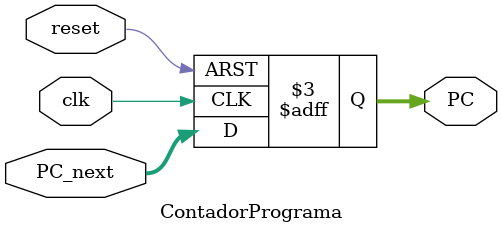
<source format=v>
module ContadorPrograma(
    input [31:0] PC_next,
    input clk, reset,
    output reg [31:0] PC
    );

    always @(posedge clk or posedge reset)
    begin
        if (reset == 1'b1)
            PC <= 32'h00000000;
        else
            PC <= PC_next;
    end

endmodule

</source>
